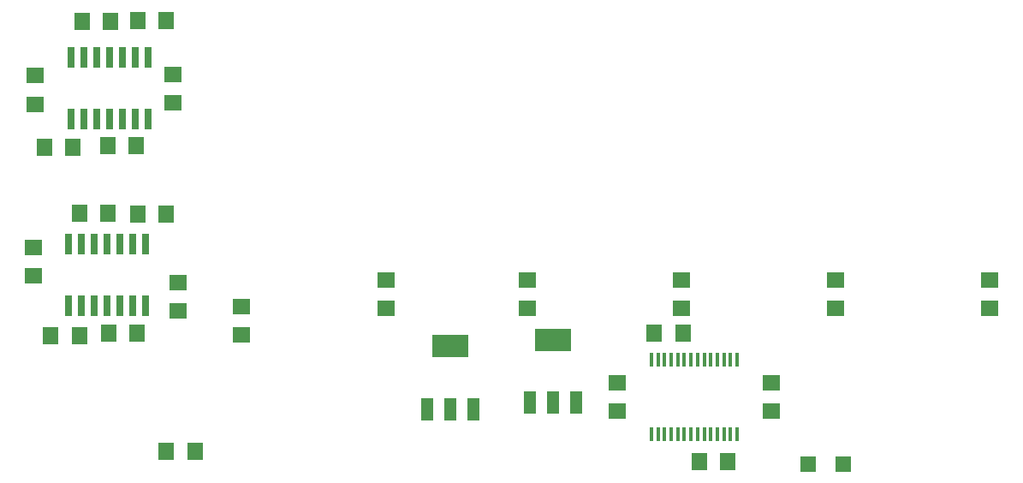
<source format=gtp>
G75*
G70*
%OFA0B0*%
%FSLAX24Y24*%
%IPPOS*%
%LPD*%
%AMOC8*
5,1,8,0,0,1.08239X$1,22.5*
%
%ADD10R,0.0137X0.0550*%
%ADD11R,0.0630X0.0709*%
%ADD12R,0.0709X0.0630*%
%ADD13R,0.0260X0.0800*%
%ADD14R,0.0480X0.0880*%
%ADD15R,0.1417X0.0866*%
%ADD16R,0.0591X0.0591*%
D10*
X034737Y002818D03*
X034993Y002818D03*
X035249Y002818D03*
X035505Y002818D03*
X035760Y002818D03*
X036016Y002818D03*
X036272Y002818D03*
X036528Y002818D03*
X036784Y002818D03*
X037040Y002818D03*
X037296Y002818D03*
X037552Y002818D03*
X037808Y002818D03*
X038064Y002818D03*
X038064Y005697D03*
X037808Y005697D03*
X037552Y005697D03*
X037296Y005697D03*
X037040Y005697D03*
X036784Y005697D03*
X036528Y005697D03*
X036272Y005697D03*
X036016Y005697D03*
X035760Y005697D03*
X035505Y005697D03*
X035249Y005697D03*
X034993Y005697D03*
X034737Y005697D03*
D11*
X015850Y002151D03*
X016952Y002151D03*
X012451Y006632D03*
X011349Y006632D03*
X013599Y006757D03*
X014701Y006757D03*
X014724Y011382D03*
X015826Y011382D03*
X013578Y011420D03*
X012476Y011420D03*
X012196Y013964D03*
X011094Y013964D03*
X013575Y014052D03*
X014678Y014052D03*
X013675Y018862D03*
X014748Y018918D03*
X015850Y018918D03*
X012572Y018862D03*
X034849Y006757D03*
X035951Y006757D03*
X036599Y001757D03*
X037701Y001757D03*
D12*
X039400Y003706D03*
X039400Y004809D03*
X033400Y004809D03*
X033400Y003706D03*
X035900Y007706D03*
X035900Y008809D03*
X029900Y008809D03*
X029900Y007706D03*
X024400Y007706D03*
X024400Y008809D03*
X018775Y007771D03*
X016295Y007599D03*
X016295Y008701D03*
X018775Y006669D03*
X010670Y008974D03*
X010670Y010076D03*
X010746Y015656D03*
X010746Y016758D03*
X016114Y016816D03*
X016114Y015713D03*
X041900Y008809D03*
X041900Y007706D03*
X047900Y007706D03*
X047900Y008809D03*
D13*
X015018Y007797D03*
X014518Y007797D03*
X014018Y007797D03*
X013518Y007797D03*
X013018Y007797D03*
X012518Y007797D03*
X012018Y007797D03*
X012018Y010217D03*
X012518Y010217D03*
X013018Y010217D03*
X013518Y010217D03*
X014018Y010217D03*
X014518Y010217D03*
X015018Y010217D03*
X015144Y015065D03*
X014644Y015065D03*
X014144Y015065D03*
X013644Y015065D03*
X013144Y015065D03*
X012644Y015065D03*
X012144Y015065D03*
X012144Y017485D03*
X012644Y017485D03*
X013144Y017485D03*
X013644Y017485D03*
X014144Y017485D03*
X014644Y017485D03*
X015144Y017485D03*
D14*
X029990Y004037D03*
X030900Y004037D03*
X031810Y004037D03*
X027810Y003787D03*
X026900Y003787D03*
X025990Y003787D03*
D15*
X026900Y006228D03*
X030900Y006478D03*
D16*
X040837Y001651D03*
X042215Y001651D03*
M02*

</source>
